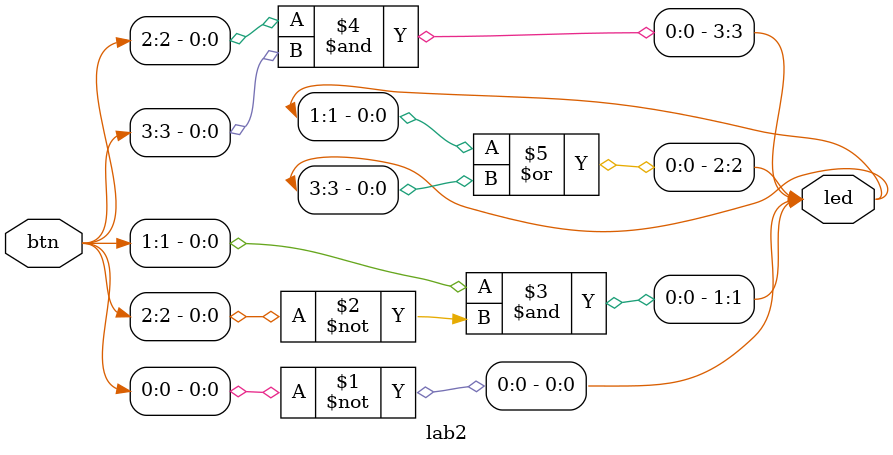
<source format=v>
`timescale 1ns / 1ps

//////////////////////////////////////////////////////////////////////////////////
// Module Name: lab2
//////////////////////////////////////////////////////////////////////////////////

module lab2(
    input [3:0] btn,
     output [3:0] led
    );
    
    assign led[0] = ~btn[0];
    assign led[1] = btn[1] & ~btn[2];
    assign led[3] = btn[2] & btn[3];
    assign led[2] = led[1] | led[3];
     
endmodule
</source>
